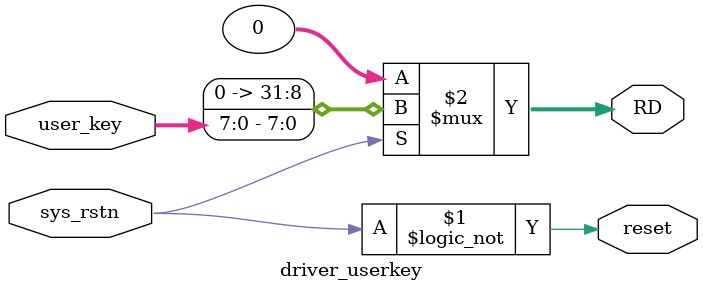
<source format=v>
`timescale 1ns / 1ps
module driver_userkey(
    output [31:0] RD,
    output reset,
    input [7:0] user_key,
	 input sys_rstn
    );
	assign reset = !sys_rstn;
	assign RD = (reset) ? 0 :
					{24'b0, user_key};
	

endmodule

</source>
